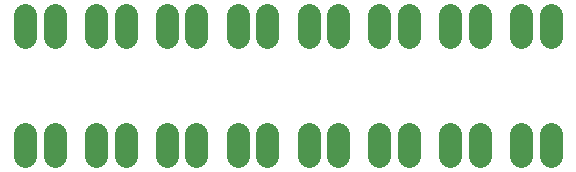
<source format=gbr>
G04 EAGLE Gerber X2 export*
%TF.Part,Single*%
%TF.FileFunction,Paste,Bot*%
%TF.FilePolarity,Positive*%
%TF.GenerationSoftware,Autodesk,EAGLE,9.0.1*%
%TF.CreationDate,2018-06-21T06:15:50Z*%
G75*
%MOMM*%
%FSLAX34Y34*%
%LPD*%
%AMOC8*
5,1,8,0,0,1.08239X$1,22.5*%
G01*
%ADD10C,1.930400*%


D10*
X221250Y744092D02*
X221250Y762888D01*
X221250Y661898D02*
X221250Y643102D01*
X666250Y744092D02*
X666250Y762888D01*
X666250Y661898D02*
X666250Y643102D01*
X641250Y744092D02*
X641250Y762888D01*
X641250Y661898D02*
X641250Y643102D01*
X606250Y744092D02*
X606250Y762888D01*
X606250Y661898D02*
X606250Y643102D01*
X581250Y744092D02*
X581250Y762888D01*
X581250Y661898D02*
X581250Y643102D01*
X546250Y744092D02*
X546250Y762888D01*
X546250Y661898D02*
X546250Y643102D01*
X521250Y744092D02*
X521250Y762888D01*
X521250Y661898D02*
X521250Y643102D01*
X486250Y744092D02*
X486250Y762888D01*
X486250Y661898D02*
X486250Y643102D01*
X461250Y744092D02*
X461250Y762888D01*
X461250Y661898D02*
X461250Y643102D01*
X426250Y744092D02*
X426250Y762888D01*
X426250Y661898D02*
X426250Y643102D01*
X401250Y744092D02*
X401250Y762888D01*
X401250Y661898D02*
X401250Y643102D01*
X366250Y744092D02*
X366250Y762888D01*
X366250Y661898D02*
X366250Y643102D01*
X341250Y744092D02*
X341250Y762888D01*
X341250Y661898D02*
X341250Y643102D01*
X306250Y744092D02*
X306250Y762888D01*
X306250Y661898D02*
X306250Y643102D01*
X281250Y744092D02*
X281250Y762888D01*
X281250Y661898D02*
X281250Y643102D01*
X246250Y744092D02*
X246250Y762888D01*
X246250Y661898D02*
X246250Y643102D01*
M02*

</source>
